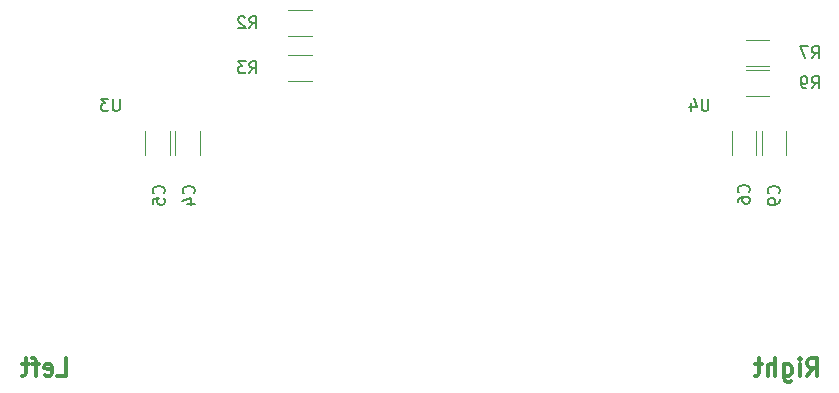
<source format=gbr>
G04 #@! TF.GenerationSoftware,KiCad,Pcbnew,(5.1.5)-2*
G04 #@! TF.CreationDate,2019-12-08T01:27:06+01:00*
G04 #@! TF.ProjectId,tof_sensor,746f665f-7365-46e7-936f-722e6b696361,rev?*
G04 #@! TF.SameCoordinates,Original*
G04 #@! TF.FileFunction,Legend,Bot*
G04 #@! TF.FilePolarity,Positive*
%FSLAX46Y46*%
G04 Gerber Fmt 4.6, Leading zero omitted, Abs format (unit mm)*
G04 Created by KiCad (PCBNEW (5.1.5)-2) date 2019-12-08 01:27:06*
%MOMM*%
%LPD*%
G04 APERTURE LIST*
%ADD10C,0.300000*%
%ADD11C,0.120000*%
%ADD12C,0.150000*%
G04 APERTURE END LIST*
D10*
X123590714Y-104818571D02*
X124305000Y-104818571D01*
X124305000Y-103318571D01*
X122519285Y-104747142D02*
X122662142Y-104818571D01*
X122947857Y-104818571D01*
X123090714Y-104747142D01*
X123162142Y-104604285D01*
X123162142Y-104032857D01*
X123090714Y-103890000D01*
X122947857Y-103818571D01*
X122662142Y-103818571D01*
X122519285Y-103890000D01*
X122447857Y-104032857D01*
X122447857Y-104175714D01*
X123162142Y-104318571D01*
X122019285Y-103818571D02*
X121447857Y-103818571D01*
X121805000Y-104818571D02*
X121805000Y-103532857D01*
X121733571Y-103390000D01*
X121590714Y-103318571D01*
X121447857Y-103318571D01*
X121162142Y-103818571D02*
X120590714Y-103818571D01*
X120947857Y-103318571D02*
X120947857Y-104604285D01*
X120876428Y-104747142D01*
X120733571Y-104818571D01*
X120590714Y-104818571D01*
X187098571Y-104818571D02*
X187598571Y-104104285D01*
X187955714Y-104818571D02*
X187955714Y-103318571D01*
X187384285Y-103318571D01*
X187241428Y-103390000D01*
X187170000Y-103461428D01*
X187098571Y-103604285D01*
X187098571Y-103818571D01*
X187170000Y-103961428D01*
X187241428Y-104032857D01*
X187384285Y-104104285D01*
X187955714Y-104104285D01*
X186455714Y-104818571D02*
X186455714Y-103818571D01*
X186455714Y-103318571D02*
X186527142Y-103390000D01*
X186455714Y-103461428D01*
X186384285Y-103390000D01*
X186455714Y-103318571D01*
X186455714Y-103461428D01*
X185098571Y-103818571D02*
X185098571Y-105032857D01*
X185170000Y-105175714D01*
X185241428Y-105247142D01*
X185384285Y-105318571D01*
X185598571Y-105318571D01*
X185741428Y-105247142D01*
X185098571Y-104747142D02*
X185241428Y-104818571D01*
X185527142Y-104818571D01*
X185670000Y-104747142D01*
X185741428Y-104675714D01*
X185812857Y-104532857D01*
X185812857Y-104104285D01*
X185741428Y-103961428D01*
X185670000Y-103890000D01*
X185527142Y-103818571D01*
X185241428Y-103818571D01*
X185098571Y-103890000D01*
X184384285Y-104818571D02*
X184384285Y-103318571D01*
X183741428Y-104818571D02*
X183741428Y-104032857D01*
X183812857Y-103890000D01*
X183955714Y-103818571D01*
X184170000Y-103818571D01*
X184312857Y-103890000D01*
X184384285Y-103961428D01*
X183241428Y-103818571D02*
X182670000Y-103818571D01*
X183027142Y-103318571D02*
X183027142Y-104604285D01*
X182955714Y-104747142D01*
X182812857Y-104818571D01*
X182670000Y-104818571D01*
D11*
X143145000Y-76000000D02*
X145145000Y-76000000D01*
X145145000Y-73860000D02*
X143145000Y-73860000D01*
X181880000Y-81080000D02*
X183880000Y-81080000D01*
X183880000Y-78940000D02*
X181880000Y-78940000D01*
X181880000Y-78540000D02*
X183880000Y-78540000D01*
X183880000Y-76400000D02*
X181880000Y-76400000D01*
X143145000Y-79810000D02*
X145145000Y-79810000D01*
X145145000Y-77670000D02*
X143145000Y-77670000D01*
X185330000Y-84090000D02*
X185330000Y-86090000D01*
X183290000Y-86090000D02*
X183290000Y-84090000D01*
X182790000Y-84090000D02*
X182790000Y-86090000D01*
X180750000Y-86090000D02*
X180750000Y-84090000D01*
X133100000Y-84090000D02*
X133100000Y-86090000D01*
X131060000Y-86090000D02*
X131060000Y-84090000D01*
X135640000Y-84090000D02*
X135640000Y-86090000D01*
X133600000Y-86090000D02*
X133600000Y-84090000D01*
D12*
X128871904Y-81367380D02*
X128871904Y-82176904D01*
X128824285Y-82272142D01*
X128776666Y-82319761D01*
X128681428Y-82367380D01*
X128490952Y-82367380D01*
X128395714Y-82319761D01*
X128348095Y-82272142D01*
X128300476Y-82176904D01*
X128300476Y-81367380D01*
X127919523Y-81367380D02*
X127300476Y-81367380D01*
X127633809Y-81748333D01*
X127490952Y-81748333D01*
X127395714Y-81795952D01*
X127348095Y-81843571D01*
X127300476Y-81938809D01*
X127300476Y-82176904D01*
X127348095Y-82272142D01*
X127395714Y-82319761D01*
X127490952Y-82367380D01*
X127776666Y-82367380D01*
X127871904Y-82319761D01*
X127919523Y-82272142D01*
X178721904Y-81367380D02*
X178721904Y-82176904D01*
X178674285Y-82272142D01*
X178626666Y-82319761D01*
X178531428Y-82367380D01*
X178340952Y-82367380D01*
X178245714Y-82319761D01*
X178198095Y-82272142D01*
X178150476Y-82176904D01*
X178150476Y-81367380D01*
X177245714Y-81700714D02*
X177245714Y-82367380D01*
X177483809Y-81319761D02*
X177721904Y-82034047D01*
X177102857Y-82034047D01*
X139866666Y-75382380D02*
X140200000Y-74906190D01*
X140438095Y-75382380D02*
X140438095Y-74382380D01*
X140057142Y-74382380D01*
X139961904Y-74430000D01*
X139914285Y-74477619D01*
X139866666Y-74572857D01*
X139866666Y-74715714D01*
X139914285Y-74810952D01*
X139961904Y-74858571D01*
X140057142Y-74906190D01*
X140438095Y-74906190D01*
X139485714Y-74477619D02*
X139438095Y-74430000D01*
X139342857Y-74382380D01*
X139104761Y-74382380D01*
X139009523Y-74430000D01*
X138961904Y-74477619D01*
X138914285Y-74572857D01*
X138914285Y-74668095D01*
X138961904Y-74810952D01*
X139533333Y-75382380D01*
X138914285Y-75382380D01*
X187491666Y-80462380D02*
X187825000Y-79986190D01*
X188063095Y-80462380D02*
X188063095Y-79462380D01*
X187682142Y-79462380D01*
X187586904Y-79510000D01*
X187539285Y-79557619D01*
X187491666Y-79652857D01*
X187491666Y-79795714D01*
X187539285Y-79890952D01*
X187586904Y-79938571D01*
X187682142Y-79986190D01*
X188063095Y-79986190D01*
X187015476Y-80462380D02*
X186825000Y-80462380D01*
X186729761Y-80414761D01*
X186682142Y-80367142D01*
X186586904Y-80224285D01*
X186539285Y-80033809D01*
X186539285Y-79652857D01*
X186586904Y-79557619D01*
X186634523Y-79510000D01*
X186729761Y-79462380D01*
X186920238Y-79462380D01*
X187015476Y-79510000D01*
X187063095Y-79557619D01*
X187110714Y-79652857D01*
X187110714Y-79890952D01*
X187063095Y-79986190D01*
X187015476Y-80033809D01*
X186920238Y-80081428D01*
X186729761Y-80081428D01*
X186634523Y-80033809D01*
X186586904Y-79986190D01*
X186539285Y-79890952D01*
X187491666Y-77922380D02*
X187825000Y-77446190D01*
X188063095Y-77922380D02*
X188063095Y-76922380D01*
X187682142Y-76922380D01*
X187586904Y-76970000D01*
X187539285Y-77017619D01*
X187491666Y-77112857D01*
X187491666Y-77255714D01*
X187539285Y-77350952D01*
X187586904Y-77398571D01*
X187682142Y-77446190D01*
X188063095Y-77446190D01*
X187158333Y-76922380D02*
X186491666Y-76922380D01*
X186920238Y-77922380D01*
X139866666Y-79192380D02*
X140200000Y-78716190D01*
X140438095Y-79192380D02*
X140438095Y-78192380D01*
X140057142Y-78192380D01*
X139961904Y-78240000D01*
X139914285Y-78287619D01*
X139866666Y-78382857D01*
X139866666Y-78525714D01*
X139914285Y-78620952D01*
X139961904Y-78668571D01*
X140057142Y-78716190D01*
X140438095Y-78716190D01*
X139533333Y-78192380D02*
X138914285Y-78192380D01*
X139247619Y-78573333D01*
X139104761Y-78573333D01*
X139009523Y-78620952D01*
X138961904Y-78668571D01*
X138914285Y-78763809D01*
X138914285Y-79001904D01*
X138961904Y-79097142D01*
X139009523Y-79144761D01*
X139104761Y-79192380D01*
X139390476Y-79192380D01*
X139485714Y-79144761D01*
X139533333Y-79097142D01*
X184667142Y-89368333D02*
X184714761Y-89320714D01*
X184762380Y-89177857D01*
X184762380Y-89082619D01*
X184714761Y-88939761D01*
X184619523Y-88844523D01*
X184524285Y-88796904D01*
X184333809Y-88749285D01*
X184190952Y-88749285D01*
X184000476Y-88796904D01*
X183905238Y-88844523D01*
X183810000Y-88939761D01*
X183762380Y-89082619D01*
X183762380Y-89177857D01*
X183810000Y-89320714D01*
X183857619Y-89368333D01*
X184762380Y-89844523D02*
X184762380Y-90035000D01*
X184714761Y-90130238D01*
X184667142Y-90177857D01*
X184524285Y-90273095D01*
X184333809Y-90320714D01*
X183952857Y-90320714D01*
X183857619Y-90273095D01*
X183810000Y-90225476D01*
X183762380Y-90130238D01*
X183762380Y-89939761D01*
X183810000Y-89844523D01*
X183857619Y-89796904D01*
X183952857Y-89749285D01*
X184190952Y-89749285D01*
X184286190Y-89796904D01*
X184333809Y-89844523D01*
X184381428Y-89939761D01*
X184381428Y-90130238D01*
X184333809Y-90225476D01*
X184286190Y-90273095D01*
X184190952Y-90320714D01*
X182127142Y-89273333D02*
X182174761Y-89225714D01*
X182222380Y-89082857D01*
X182222380Y-88987619D01*
X182174761Y-88844761D01*
X182079523Y-88749523D01*
X181984285Y-88701904D01*
X181793809Y-88654285D01*
X181650952Y-88654285D01*
X181460476Y-88701904D01*
X181365238Y-88749523D01*
X181270000Y-88844761D01*
X181222380Y-88987619D01*
X181222380Y-89082857D01*
X181270000Y-89225714D01*
X181317619Y-89273333D01*
X181222380Y-90130476D02*
X181222380Y-89940000D01*
X181270000Y-89844761D01*
X181317619Y-89797142D01*
X181460476Y-89701904D01*
X181650952Y-89654285D01*
X182031904Y-89654285D01*
X182127142Y-89701904D01*
X182174761Y-89749523D01*
X182222380Y-89844761D01*
X182222380Y-90035238D01*
X182174761Y-90130476D01*
X182127142Y-90178095D01*
X182031904Y-90225714D01*
X181793809Y-90225714D01*
X181698571Y-90178095D01*
X181650952Y-90130476D01*
X181603333Y-90035238D01*
X181603333Y-89844761D01*
X181650952Y-89749523D01*
X181698571Y-89701904D01*
X181793809Y-89654285D01*
X132597142Y-89368333D02*
X132644761Y-89320714D01*
X132692380Y-89177857D01*
X132692380Y-89082619D01*
X132644761Y-88939761D01*
X132549523Y-88844523D01*
X132454285Y-88796904D01*
X132263809Y-88749285D01*
X132120952Y-88749285D01*
X131930476Y-88796904D01*
X131835238Y-88844523D01*
X131740000Y-88939761D01*
X131692380Y-89082619D01*
X131692380Y-89177857D01*
X131740000Y-89320714D01*
X131787619Y-89368333D01*
X131692380Y-90273095D02*
X131692380Y-89796904D01*
X132168571Y-89749285D01*
X132120952Y-89796904D01*
X132073333Y-89892142D01*
X132073333Y-90130238D01*
X132120952Y-90225476D01*
X132168571Y-90273095D01*
X132263809Y-90320714D01*
X132501904Y-90320714D01*
X132597142Y-90273095D01*
X132644761Y-90225476D01*
X132692380Y-90130238D01*
X132692380Y-89892142D01*
X132644761Y-89796904D01*
X132597142Y-89749285D01*
X135137142Y-89368333D02*
X135184761Y-89320714D01*
X135232380Y-89177857D01*
X135232380Y-89082619D01*
X135184761Y-88939761D01*
X135089523Y-88844523D01*
X134994285Y-88796904D01*
X134803809Y-88749285D01*
X134660952Y-88749285D01*
X134470476Y-88796904D01*
X134375238Y-88844523D01*
X134280000Y-88939761D01*
X134232380Y-89082619D01*
X134232380Y-89177857D01*
X134280000Y-89320714D01*
X134327619Y-89368333D01*
X134565714Y-90225476D02*
X135232380Y-90225476D01*
X134184761Y-89987380D02*
X134899047Y-89749285D01*
X134899047Y-90368333D01*
M02*

</source>
